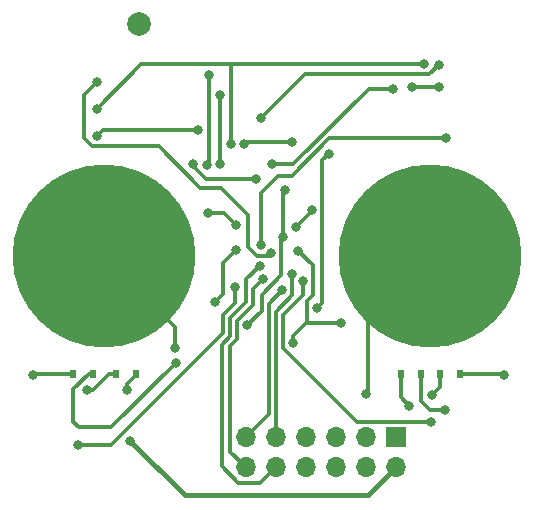
<source format=gbl>
G04 #@! TF.GenerationSoftware,KiCad,Pcbnew,no-vcs-found-2f9be81~58~ubuntu16.04.1*
G04 #@! TF.CreationDate,2017-04-03T17:26:58+03:00*
G04 #@! TF.ProjectId,livolo_2_channels_1way_eu_switch,6C69766F6C6F5F325F6368616E6E656C,rev?*
G04 #@! TF.FileFunction,Copper,L2,Bot,Signal*
G04 #@! TF.FilePolarity,Positive*
%FSLAX46Y46*%
G04 Gerber Fmt 4.6, Leading zero omitted, Abs format (unit mm)*
G04 Created by KiCad (PCBNEW no-vcs-found-2f9be81~58~ubuntu16.04.1) date Mon Apr  3 17:26:58 2017*
%MOMM*%
%LPD*%
G01*
G04 APERTURE LIST*
%ADD10C,0.100000*%
%ADD11C,15.500000*%
%ADD12R,1.700000X1.700000*%
%ADD13O,1.700000X1.700000*%
%ADD14R,0.600000X0.800000*%
%ADD15C,1.998980*%
%ADD16C,0.800000*%
%ADD17C,0.300000*%
%ADD18C,0.450000*%
G04 APERTURE END LIST*
D10*
D11*
X156250000Y-92150000D03*
X128650000Y-92150000D03*
D12*
X153330000Y-107510000D03*
D13*
X153330000Y-110050000D03*
X150790000Y-107510000D03*
X150790000Y-110050000D03*
X148250000Y-107510000D03*
X148250000Y-110050000D03*
X145710000Y-107510000D03*
X145710000Y-110050000D03*
X143170000Y-107510000D03*
X143170000Y-110050000D03*
X140630000Y-107510000D03*
X140630000Y-110050000D03*
D14*
X129650000Y-102150000D03*
X131350000Y-102150000D03*
X126000000Y-102150000D03*
X127700000Y-102150000D03*
X158800000Y-102150000D03*
X157100000Y-102150000D03*
X155450000Y-102150000D03*
X153750000Y-102150000D03*
D15*
X131550000Y-72550000D03*
D16*
X144653004Y-99568000D03*
X156375000Y-103975000D03*
X134687489Y-101199990D03*
X146225009Y-88306238D03*
X144900000Y-89700000D03*
X137317018Y-84464922D03*
X145033547Y-91716453D03*
X137499998Y-76850000D03*
X148700000Y-97824982D03*
X139800000Y-89550002D03*
X137450000Y-88524998D03*
X140773760Y-98048303D03*
X130549966Y-103549989D03*
X154450000Y-104849998D03*
X138416234Y-84423097D03*
X154700002Y-77875000D03*
X156974998Y-77900000D03*
X138432929Y-78572282D03*
X143992417Y-86553252D03*
X143802464Y-90525717D03*
X138000000Y-96075012D03*
X139800000Y-91667529D03*
X142799990Y-91945222D03*
X128050002Y-77425000D03*
X130850000Y-107799984D03*
X150850000Y-103850000D03*
X134652342Y-100001234D03*
X136625002Y-81475000D03*
X140444049Y-82657764D03*
X144575010Y-82550000D03*
X128000012Y-82050010D03*
X139345788Y-82719813D03*
X155700000Y-75925000D03*
X128000014Y-79725000D03*
X156975000Y-75975002D03*
X141950000Y-80450000D03*
X127200000Y-103500000D03*
X122625000Y-102225000D03*
X162500000Y-102250000D03*
X157504617Y-105225361D03*
X147700000Y-83500000D03*
X146650032Y-96603597D03*
X139697783Y-94769178D03*
X126460463Y-108164798D03*
X145436975Y-94299999D03*
X156350937Y-106200012D03*
X144544090Y-93657518D03*
X142100010Y-94103486D03*
X143694080Y-95093230D03*
X141805637Y-92998142D03*
X157566229Y-82183121D03*
X141918510Y-91228448D03*
X136200000Y-84425000D03*
X141500002Y-85650000D03*
X142874990Y-84375000D03*
X153125000Y-78000000D03*
D17*
X144653004Y-98947018D02*
X144653004Y-99568000D01*
X145800022Y-97800000D02*
X144653004Y-98947018D01*
X157100000Y-102150000D02*
X157100000Y-103250000D01*
X157100000Y-103250000D02*
X156375000Y-103975000D01*
X126024999Y-106192827D02*
X126486018Y-106653846D01*
X126024999Y-103466999D02*
X126024999Y-106192827D01*
X127341998Y-102150000D02*
X126024999Y-103466999D01*
X129233633Y-106653846D02*
X134687489Y-101199990D01*
X127700000Y-102150000D02*
X127341998Y-102150000D01*
X126486018Y-106653846D02*
X129233633Y-106653846D01*
X146225009Y-88374991D02*
X146225009Y-88306238D01*
X144900000Y-89700000D02*
X146225009Y-88374991D01*
X148700000Y-97824982D02*
X145825004Y-97824982D01*
X145825004Y-97824982D02*
X145800022Y-97800000D01*
X145800022Y-97800000D02*
X145800022Y-95948306D01*
X146286986Y-92969892D02*
X145033547Y-91716453D01*
X146286986Y-95461342D02*
X146286986Y-92969892D01*
X145800022Y-95948306D02*
X146286986Y-95461342D01*
X137499998Y-84281942D02*
X137317018Y-84464922D01*
X137499998Y-76850000D02*
X137499998Y-84281942D01*
X137450000Y-88524998D02*
X138774996Y-88524998D01*
X138774996Y-88524998D02*
X139800000Y-89550002D01*
X143802464Y-90525717D02*
X143774283Y-90525717D01*
X141963967Y-96858096D02*
X140773760Y-98048303D01*
X143774283Y-90525717D02*
X143650000Y-90650000D01*
X143650000Y-93811498D02*
X141963967Y-95497531D01*
X143650000Y-90650000D02*
X143650000Y-93811498D01*
X141963967Y-95497531D02*
X141963967Y-96858096D01*
X130549966Y-103050034D02*
X130549966Y-103549989D01*
X131350000Y-102250000D02*
X130549966Y-103050034D01*
X131350000Y-102150000D02*
X131350000Y-102250000D01*
X153750000Y-104149998D02*
X154450000Y-104849998D01*
X153750000Y-102150000D02*
X153750000Y-104149998D01*
X138432929Y-84406402D02*
X138416234Y-84423097D01*
X138432929Y-78572282D02*
X138432929Y-84406402D01*
X156974998Y-77900000D02*
X154725002Y-77900000D01*
X154725002Y-77900000D02*
X154700002Y-77875000D01*
X143802464Y-86743205D02*
X143992417Y-86553252D01*
X143802464Y-90525717D02*
X143802464Y-86743205D01*
X139800000Y-91667529D02*
X138675000Y-92792529D01*
X138675000Y-92792529D02*
X138675000Y-95400012D01*
X138675000Y-95400012D02*
X138000000Y-96075012D01*
X142597071Y-92148141D02*
X142799990Y-91945222D01*
X140850000Y-88700000D02*
X140850000Y-91415685D01*
X138525001Y-86375001D02*
X140850000Y-88700000D01*
X140850000Y-91415685D02*
X141582456Y-92148141D01*
X136750001Y-86375001D02*
X138525001Y-86375001D01*
X133275012Y-82900012D02*
X136750001Y-86375001D01*
X126900000Y-78575002D02*
X126900000Y-82208002D01*
X128050002Y-77425000D02*
X126900000Y-78575002D01*
X127592010Y-82900012D02*
X133275012Y-82900012D01*
X141582456Y-92148141D02*
X142597071Y-92148141D01*
X126900000Y-82208002D02*
X127592010Y-82900012D01*
D18*
X153330000Y-110050000D02*
X150955000Y-112425000D01*
X150955000Y-112425000D02*
X135475016Y-112425000D01*
X135475016Y-112425000D02*
X130850000Y-107799984D01*
D17*
X156250000Y-92150000D02*
X150949999Y-97450001D01*
X150949999Y-97450001D02*
X150949999Y-103750001D01*
X150949999Y-103750001D02*
X150850000Y-103850000D01*
X128650000Y-92150000D02*
X134652342Y-98152342D01*
X134652342Y-98152342D02*
X134652342Y-100001234D01*
X128575022Y-81475000D02*
X136625002Y-81475000D01*
X128000012Y-82050010D02*
X128575022Y-81475000D01*
X144575010Y-82550000D02*
X140551813Y-82550000D01*
X140551813Y-82550000D02*
X140444049Y-82657764D01*
X139345788Y-75995788D02*
X139345788Y-82719813D01*
X139275000Y-75925000D02*
X139345788Y-75995788D01*
X155700000Y-75925000D02*
X139275000Y-75925000D01*
X139275000Y-75925000D02*
X131800014Y-75925000D01*
X131800014Y-75925000D02*
X128000014Y-79725000D01*
X141950000Y-80450000D02*
X145624998Y-76775002D01*
X145624998Y-76775002D02*
X156175000Y-76775002D01*
X156175000Y-76775002D02*
X156975000Y-75975002D01*
X129650000Y-102150000D02*
X129050000Y-102150000D01*
X129050000Y-102150000D02*
X127700000Y-103500000D01*
X127700000Y-103500000D02*
X127200000Y-103500000D01*
X122700000Y-102150000D02*
X122625000Y-102225000D01*
X126000000Y-102150000D02*
X122700000Y-102150000D01*
X162400000Y-102150000D02*
X162500000Y-102250000D01*
X158800000Y-102150000D02*
X162400000Y-102150000D01*
X155450000Y-102150000D02*
X155450000Y-104408002D01*
X155450000Y-104408002D02*
X156267359Y-105225361D01*
X156267359Y-105225361D02*
X157504617Y-105225361D01*
X146650032Y-96603597D02*
X147125000Y-96128629D01*
X147125000Y-96128629D02*
X147125000Y-84075000D01*
X147125000Y-84075000D02*
X147700000Y-83500000D01*
X139697783Y-96169190D02*
X139697783Y-94769178D01*
X129227188Y-108164798D02*
X138723736Y-98668250D01*
X126460463Y-108164798D02*
X129227188Y-108164798D01*
X138723736Y-97143237D02*
X139697783Y-96169190D01*
X138723736Y-98668250D02*
X138723736Y-97143237D01*
X150042008Y-106200012D02*
X143764000Y-99922003D01*
X143764000Y-97135785D02*
X145436975Y-95462810D01*
X156350937Y-106200012D02*
X150042008Y-106200012D01*
X143764000Y-99922003D02*
X143764000Y-97135785D01*
X145436975Y-95462810D02*
X145436975Y-94299999D01*
X144544090Y-95507152D02*
X144544090Y-93657518D01*
X143163989Y-96887253D02*
X144544090Y-95507152D01*
X143163989Y-100170535D02*
X143163989Y-96887253D01*
X143170000Y-107510000D02*
X143170000Y-100176546D01*
X143170000Y-100176546D02*
X143163989Y-100170535D01*
X140630000Y-110050000D02*
X139329999Y-108749999D01*
X141249969Y-96325490D02*
X141249969Y-94953527D01*
X139329999Y-99822997D02*
X139923758Y-99229238D01*
X141249969Y-94953527D02*
X142100010Y-94103486D01*
X139923758Y-97651701D02*
X141249969Y-96325490D01*
X139329999Y-108749999D02*
X139329999Y-99822997D01*
X139923758Y-99229238D02*
X139923758Y-97651701D01*
X142563978Y-96223332D02*
X143694080Y-95093230D01*
X142563978Y-105576022D02*
X142563978Y-96223332D01*
X140630000Y-107510000D02*
X142563978Y-105576022D01*
X140649958Y-96065558D02*
X140649958Y-94153821D01*
X140649958Y-94153821D02*
X141805637Y-92998142D01*
X139323747Y-98980706D02*
X139323747Y-97391769D01*
X139323747Y-97391769D02*
X140649958Y-96065558D01*
X141869999Y-111350001D02*
X140005999Y-111350001D01*
X140005999Y-111350001D02*
X138599991Y-109943993D01*
X143170000Y-110050000D02*
X141869999Y-111350001D01*
X138599991Y-109943993D02*
X138599991Y-99704462D01*
X138599991Y-99704462D02*
X139323747Y-98980706D01*
X147708875Y-82183121D02*
X157566229Y-82183121D01*
X144516995Y-85375001D02*
X147708875Y-82183121D01*
X141918510Y-86831490D02*
X143374999Y-85375001D01*
X143374999Y-85375001D02*
X144516995Y-85375001D01*
X141918510Y-91228448D02*
X141918510Y-86831490D01*
X136200000Y-84550000D02*
X136200000Y-84425000D01*
X141500002Y-85650000D02*
X137300000Y-85650000D01*
X137300000Y-85650000D02*
X136200000Y-84550000D01*
X144668453Y-84375000D02*
X142874990Y-84375000D01*
X153125000Y-78000000D02*
X151043453Y-78000000D01*
X151043453Y-78000000D02*
X144668453Y-84375000D01*
M02*

</source>
